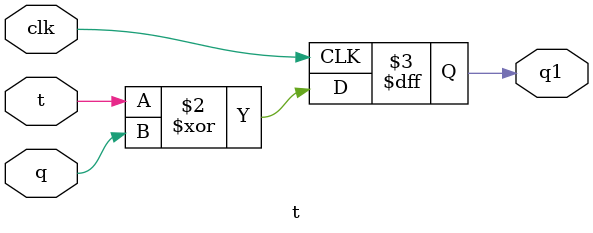
<source format=v>
`timescale 1ns / 1ps


module t(
input t,q,clk,
output reg q1
    );
    always@(posedge clk)
    begin
    q1=t^q;
    end
endmodule

</source>
